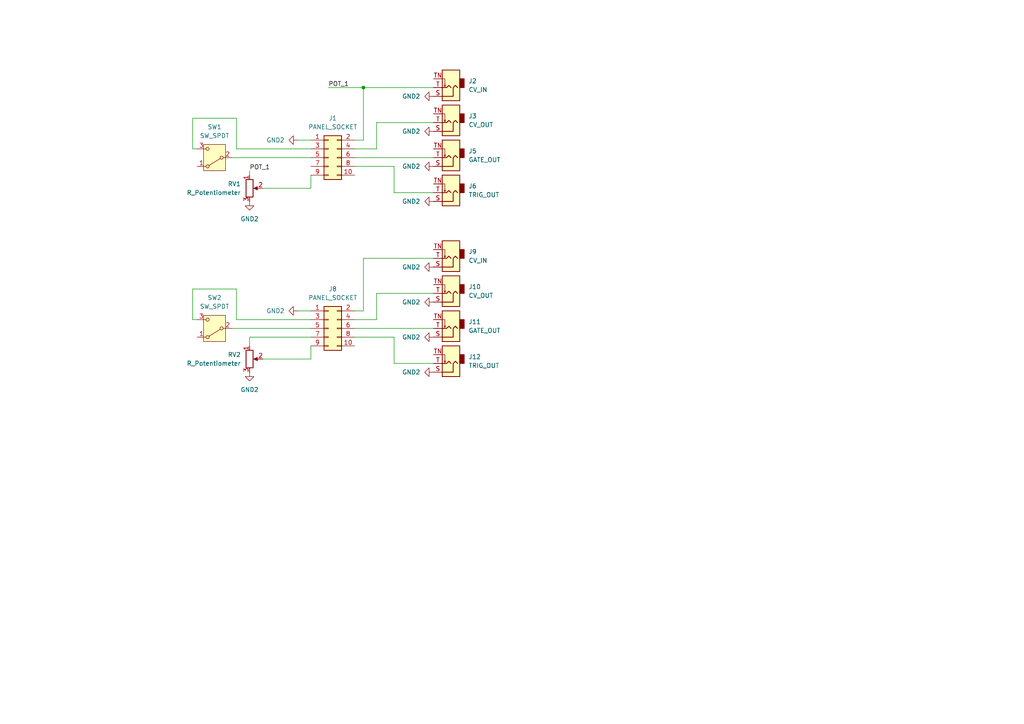
<source format=kicad_sch>
(kicad_sch (version 20231120) (generator "eeschema") (generator_version "8.0")
  (paper "A4")
  (lib_symbols
    (symbol "Connector_Audio:AudioJack2_SwitchT"
      (property "Reference" "J" (at 0 8.89 0))
      (property "Value" "AudioJack2_SwitchT" (at 0 6.35 0))
      (symbol "AudioJack2_SwitchT_0_1"
        (rectangle (start -2.54 0) (end -3.81 -2.54) (stroke (width 0.254)) (fill (type outline)))
        (polyline (pts (xy 1.778 -0.254) (xy 2.032 -0.762)))
        (polyline (pts (xy 0 0) (xy 0.635 -0.635) (xy 1.27 0) (xy 2.54 0)) (stroke (width 0.254)))
        (polyline (pts (xy 2.54 -2.54) (xy 1.778 -2.54) (xy 1.778 -0.254) (xy 1.524 -0.762)))
        (polyline (pts (xy 2.54 2.54) (xy -0.635 2.54) (xy -0.635 0) (xy -1.27 -0.635) (xy -1.905 0)) (stroke (width 0.254)))
        (rectangle (start 2.54 3.81) (end -2.54 -5.08) (stroke (width 0.254)) (fill (type background)))
      )
      (symbol "AudioJack2_SwitchT_1_1"
        (pin passive line (at 5.08 2.54 180) (length 2.54) (name "~") (number "S"))
        (pin passive line (at 5.08 0 180) (length 2.54) (name "~") (number "T"))
        (pin passive line (at 5.08 -2.54 180) (length 2.54) (name "~") (number "TN"))
      )
    )
    (symbol "Connector_Generic:Conn_02x05_Odd_Even" (pin_names (offset 1.016) hide)
      (property "Reference" "J" (at 1.27 7.62 0))
      (property "Value" "Conn_02x05_Odd_Even" (at 1.27 -7.62 0))
      (symbol "Conn_02x05_Odd_Even_1_1"
        (rectangle (start -1.27 -4.953) (end 0 -5.207) (stroke (width 0.1524)))
        (rectangle (start -1.27 -2.413) (end 0 -2.667) (stroke (width 0.1524)))
        (rectangle (start -1.27 0.127) (end 0 -0.127) (stroke (width 0.1524)))
        (rectangle (start -1.27 2.667) (end 0 2.413) (stroke (width 0.1524)))
        (rectangle (start -1.27 5.207) (end 0 4.953) (stroke (width 0.1524)))
        (rectangle (start -1.27 6.35) (end 3.81 -6.35) (stroke (width 0.254)) (fill (type background)))
        (rectangle (start 3.81 -4.953) (end 2.54 -5.207) (stroke (width 0.1524)))
        (rectangle (start 3.81 -2.413) (end 2.54 -2.667) (stroke (width 0.1524)))
        (rectangle (start 3.81 0.127) (end 2.54 -0.127) (stroke (width 0.1524)))
        (rectangle (start 3.81 2.667) (end 2.54 2.413) (stroke (width 0.1524)))
        (rectangle (start 3.81 5.207) (end 2.54 4.953) (stroke (width 0.1524)))
        (pin passive line (at -5.08 5.08 0) (length 3.81) (name "Pin_1") (number "1"))
        (pin passive line (at 7.62 -5.08 180) (length 3.81) (name "Pin_10") (number "10"))
        (pin passive line (at 7.62 5.08 180) (length 3.81) (name "Pin_2") (number "2"))
        (pin passive line (at -5.08 2.54 0) (length 3.81) (name "Pin_3") (number "3"))
        (pin passive line (at 7.62 2.54 180) (length 3.81) (name "Pin_4") (number "4"))
        (pin passive line (at -5.08 0 0) (length 3.81) (name "Pin_5") (number "5"))
        (pin passive line (at 7.62 0 180) (length 3.81) (name "Pin_6") (number "6"))
        (pin passive line (at -5.08 -2.54 0) (length 3.81) (name "Pin_7") (number "7"))
        (pin passive line (at 7.62 -2.54 180) (length 3.81) (name "Pin_8") (number "8"))
        (pin passive line (at -5.08 -5.08 0) (length 3.81) (name "Pin_9") (number "9"))
      )
    )
    (symbol "Device:R_Potentiometer" (pin_names (offset 1.016) hide)
      (property "Reference" "RV" (at -4.445 0 90))
      (property "Value" "R_Potentiometer" (at -2.54 0 90))
      (symbol "R_Potentiometer_0_1"
        (polyline (pts (xy 2.54 0) (xy 1.524 0)))
        (polyline (pts (xy 1.143 0) (xy 2.286 0.508) (xy 2.286 -0.508) (xy 1.143 0)) (fill (type outline)))
        (rectangle (start 1.016 2.54) (end -1.016 -2.54) (stroke (width 0.254)))
      )
      (symbol "R_Potentiometer_1_1"
        (pin passive line (at 0 3.81 270) (length 1.27) (name "1") (number "1"))
        (pin passive line (at 3.81 0 180) (length 1.27) (name "2") (number "2"))
        (pin passive line (at 0 -3.81 90) (length 1.27) (name "3") (number "3"))
      )
    )
    (symbol "Switch:SW_SPDT" (pin_names (offset 0) hide)
      (property "Reference" "SW" (at 0 5.08 0))
      (property "Value" "SW_SPDT" (at 0 -5.08 0))
      (symbol "SW_SPDT_0_1"
        (circle (center -2.032 0) (radius 0.4572))
        (polyline (pts (xy -1.651 0.254) (xy 1.651 2.286)))
        (circle (center 2.032 -2.54) (radius 0.4572))
        (circle (center 2.032 2.54) (radius 0.4572))
      )
      (symbol "SW_SPDT_1_1"
        (rectangle (start -3.175 3.81) (end 3.175 -3.81) (fill (type background)))
        (pin passive line (at 5.08 2.54 180) (length 2.54) (name "A") (number "1"))
        (pin passive line (at -5.08 0 0) (length 2.54) (name "B") (number "2"))
        (pin passive line (at 5.08 -2.54 180) (length 2.54) (name "C") (number "3"))
      )
    )
    (symbol "power:GND2" (power) (pin_numbers hide) (pin_names (offset 0) hide)
      (property "Value" "GND2" (at 0 -3.81 0))
      (symbol "GND2_0_1"
        (polyline (pts (xy 0 0) (xy 0 -1.27) (xy 1.27 -1.27) (xy 0 -2.54) (xy -1.27 -1.27) (xy 0 -1.27)))
      )
      (symbol "GND2_1_1"
        (pin power_in line (at 0 0 270) (length 0) (name "~") (number "1"))
      )
    )
  )
  (junction (at 105.41 25.4))
  (wire (pts (xy 57.15 92.71) (xy 55.88 92.71)))
  (wire (pts (xy 72.39 100.33) (xy 72.39 97.79)))
  (wire (pts (xy 114.3 105.41) (xy 114.3 97.79)))
  (wire (pts (xy 72.39 97.79) (xy 90.17 97.79)))
  (wire (pts (xy 105.41 74.93) (xy 105.41 90.17)))
  (wire (pts (xy 72.39 50.8) (xy 72.39 49.53)))
  (wire (pts (xy 105.41 25.4) (xy 105.41 40.64)))
  (wire (pts (xy 67.31 45.72) (xy 90.17 45.72)))
  (wire (pts (xy 55.88 34.29) (xy 68.58 34.29)))
  (wire (pts (xy 68.58 34.29) (xy 68.58 43.18)))
  (wire (pts (xy 125.73 25.4) (xy 105.41 25.4)))
  (wire (pts (xy 102.87 45.72) (xy 125.73 45.72)))
  (wire (pts (xy 114.3 55.88) (xy 114.3 48.26)))
  (wire (pts (xy 76.2 54.61) (xy 90.17 54.61)))
  (wire (pts (xy 95.25 25.4) (xy 105.41 25.4)))
  (wire (pts (xy 55.88 83.82) (xy 68.58 83.82)))
  (wire (pts (xy 125.73 74.93) (xy 105.41 74.93)))
  (wire (pts (xy 55.88 43.18) (xy 55.88 34.29)))
  (wire (pts (xy 109.22 43.18) (xy 102.87 43.18)))
  (wire (pts (xy 76.2 104.14) (xy 90.17 104.14)))
  (wire (pts (xy 109.22 85.09) (xy 109.22 92.71)))
  (wire (pts (xy 125.73 85.09) (xy 109.22 85.09)))
  (wire (pts (xy 109.22 35.56) (xy 109.22 43.18)))
  (wire (pts (xy 109.22 92.71) (xy 102.87 92.71)))
  (wire (pts (xy 125.73 35.56) (xy 109.22 35.56)))
  (wire (pts (xy 68.58 92.71) (xy 90.17 92.71)))
  (wire (pts (xy 105.41 90.17) (xy 102.87 90.17)))
  (wire (pts (xy 114.3 48.26) (xy 102.87 48.26)))
  (wire (pts (xy 114.3 97.79) (xy 102.87 97.79)))
  (wire (pts (xy 114.3 55.88) (xy 125.73 55.88)))
  (wire (pts (xy 90.17 54.61) (xy 90.17 50.8)))
  (wire (pts (xy 114.3 105.41) (xy 125.73 105.41)))
  (wire (pts (xy 55.88 92.71) (xy 55.88 83.82)))
  (wire (pts (xy 57.15 43.18) (xy 55.88 43.18)))
  (wire (pts (xy 90.17 40.64) (xy 86.36 40.64)))
  (wire (pts (xy 105.41 40.64) (xy 102.87 40.64)))
  (wire (pts (xy 102.87 95.25) (xy 125.73 95.25)))
  (wire (pts (xy 68.58 43.18) (xy 90.17 43.18)))
  (wire (pts (xy 68.58 83.82) (xy 68.58 92.71)))
  (wire (pts (xy 90.17 104.14) (xy 90.17 100.33)))
  (wire (pts (xy 67.31 95.25) (xy 90.17 95.25)))
  (wire (pts (xy 90.17 90.17) (xy 86.36 90.17)))
  (label "POT_1" (at 72.39 49.53 0))
  (label "POT_1" (at 95.25 25.4 0))
  (symbol (lib_id "power:GND2") (at 72.39 107.95 0) (unit 1)
    (property "Reference" "#PWR013" (effects (hide yes)))
    (property "Value" "GND2" (at 72.39 113.03 0))
    (property "Description" "Power symbol creates a global label with name \"GND2\" , ground" (effects (hide yes)))
  )
  (symbol (lib_id "Connector_Generic:Conn_02x05_Odd_Even") (at 95.25 45.72 0) (unit 1)
    (property "Reference" "J1" (at 96.52 34.29 0))
    (property "Value" "PANEL_SOCKET" (at 96.52 36.83 0))
    (property "Footprint" "Connector_PinHeader_2.54mm:PinHeader_2x05_P2.54mm_Vertical" (effects (hide yes)))
    (property "Description" "Generic connector, double row, 02x05, odd/even pin numbering scheme (row 1 odd numbers, row 2 even numbers), script generated (kicad-library-utils/schlib/autogen/connector/)" (effects (hide yes)))
  )
  (symbol (lib_id "power:GND2") (at 86.36 90.17 270) (unit 1)
    (property "Reference" "#PWR014" (effects (hide yes)))
    (property "Value" "GND2" (at 82.55 90.1699 90) (effects (justify right)))
    (property "Description" "Power symbol creates a global label with name \"GND2\" , ground" (effects (hide yes)))
  )
  (symbol (lib_id "power:GND2") (at 125.73 87.63 270) (unit 1)
    (property "Reference" "#PWR016" (effects (hide yes)))
    (property "Value" "GND2" (at 121.92 87.6299 90) (effects (justify right)))
    (property "Description" "Power symbol creates a global label with name \"GND2\" , ground" (effects (hide yes)))
  )
  (symbol (lib_id "Device:R_Potentiometer") (at 72.39 104.14 0) (unit 1)
    (property "Reference" "RV2" (at 69.85 102.8699 0) (effects (justify right)))
    (property "Value" "R_Potentiometer" (at 69.85 105.4099 0) (effects (justify right)))
    (property "Footprint" "mouser:RD901F4015R1B10K00DL1" (effects (hide yes)))
    (property "Description" "Potentiometer" (effects (hide yes)))
  )
  (symbol (lib_id "Switch:SW_SPDT") (at 62.23 45.72 180) (unit 1)
    (property "Reference" "SW1" (at 62.23 36.83 0))
    (property "Value" "SW_SPDT" (at 62.23 39.37 0))
    (property "Footprint" "mouser:200MSP1T1B1M2QE" (effects (hide yes)))
    (property "Description" "Switch, single pole double throw" (effects (hide yes)))
  )
  (symbol (lib_id "power:GND2") (at 125.73 107.95 270) (unit 1)
    (property "Reference" "#PWR018" (effects (hide yes)))
    (property "Value" "GND2" (at 121.92 107.9499 90) (effects (justify right)))
    (property "Description" "Power symbol creates a global label with name \"GND2\" , ground" (effects (hide yes)))
  )
  (symbol (lib_id "power:GND2") (at 125.73 58.42 270) (unit 1)
    (property "Reference" "#PWR011" (effects (hide yes)))
    (property "Value" "GND2" (at 121.92 58.4199 90) (effects (justify right)))
    (property "Description" "Power symbol creates a global label with name \"GND2\" , ground" (effects (hide yes)))
  )
  (symbol (lib_id "power:GND2") (at 125.73 38.1 270) (unit 1)
    (property "Reference" "#PWR09" (effects (hide yes)))
    (property "Value" "GND2" (at 121.92 38.0999 90) (effects (justify right)))
    (property "Description" "Power symbol creates a global label with name \"GND2\" , ground" (effects (hide yes)))
  )
  (symbol (lib_id "Switch:SW_SPDT") (at 62.23 95.25 180) (unit 1)
    (property "Reference" "SW2" (at 62.23 86.36 0))
    (property "Value" "SW_SPDT" (at 62.23 88.9 0))
    (property "Footprint" "mouser:200MSP1T1B1M2QE" (effects (hide yes)))
    (property "Description" "Switch, single pole double throw" (effects (hide yes)))
  )
  (symbol (lib_id "power:GND2") (at 86.36 40.64 270) (unit 1)
    (property "Reference" "#PWR06" (effects (hide yes)))
    (property "Value" "GND2" (at 82.55 40.6399 90) (effects (justify right)))
    (property "Description" "Power symbol creates a global label with name \"GND2\" , ground" (effects (hide yes)))
  )
  (symbol (lib_id "Connector_Audio:AudioJack2_SwitchT") (at 130.81 35.56 180) (unit 1)
    (property "Reference" "J3" (at 135.89 33.6549 0) (effects (justify right)))
    (property "Value" "CV_OUT" (at 135.89 36.1949 0) (effects (justify right)))
    (property "Footprint" "Connector_Audio:Jack_3.5mm_QingPu_WQP-PJ398SM_Vertical_CircularHoles" (effects (hide yes)))
    (property "Description" "Audio Jack, 2 Poles (Mono / TS), Switched T Pole (Normalling)" (effects (hide yes)))
  )
  (symbol (lib_id "power:GND2") (at 125.73 27.94 270) (unit 1)
    (property "Reference" "#PWR08" (effects (hide yes)))
    (property "Value" "GND2" (at 121.92 27.9399 90) (effects (justify right)))
    (property "Description" "Power symbol creates a global label with name \"GND2\" , ground" (effects (hide yes)))
  )
  (symbol (lib_id "Connector_Audio:AudioJack2_SwitchT") (at 130.81 85.09 180) (unit 1)
    (property "Reference" "J10" (at 135.89 83.1849 0) (effects (justify right)))
    (property "Value" "CV_OUT" (at 135.89 85.7249 0) (effects (justify right)))
    (property "Footprint" "Connector_Audio:Jack_3.5mm_QingPu_WQP-PJ398SM_Vertical_CircularHoles" (effects (hide yes)))
    (property "Description" "Audio Jack, 2 Poles (Mono / TS), Switched T Pole (Normalling)" (effects (hide yes)))
  )
  (symbol (lib_id "power:GND2") (at 125.73 48.26 270) (unit 1)
    (property "Reference" "#PWR010" (effects (hide yes)))
    (property "Value" "GND2" (at 121.92 48.2599 90) (effects (justify right)))
    (property "Description" "Power symbol creates a global label with name \"GND2\" , ground" (effects (hide yes)))
  )
  (symbol (lib_id "Connector_Audio:AudioJack2_SwitchT") (at 130.81 95.25 180) (unit 1)
    (property "Reference" "J11" (at 135.89 93.3449 0) (effects (justify right)))
    (property "Value" "GATE_OUT" (at 135.89 95.8849 0) (effects (justify right)))
    (property "Footprint" "Connector_Audio:Jack_3.5mm_QingPu_WQP-PJ398SM_Vertical_CircularHoles" (effects (hide yes)))
    (property "Description" "Audio Jack, 2 Poles (Mono / TS), Switched T Pole (Normalling)" (effects (hide yes)))
  )
  (symbol (lib_id "Connector_Generic:Conn_02x05_Odd_Even") (at 95.25 95.25 0) (unit 1)
    (property "Reference" "J8" (at 96.52 83.82 0))
    (property "Value" "PANEL_SOCKET" (at 96.52 86.36 0))
    (property "Footprint" "Connector_PinHeader_2.54mm:PinHeader_2x05_P2.54mm_Vertical" (effects (hide yes)))
    (property "Description" "Generic connector, double row, 02x05, odd/even pin numbering scheme (row 1 odd numbers, row 2 even numbers), script generated (kicad-library-utils/schlib/autogen/connector/)" (effects (hide yes)))
  )
  (symbol (lib_id "Connector_Audio:AudioJack2_SwitchT") (at 130.81 105.41 180) (unit 1)
    (property "Reference" "J12" (at 135.89 103.5049 0) (effects (justify right)))
    (property "Value" "TRIG_OUT" (at 135.89 106.0449 0) (effects (justify right)))
    (property "Footprint" "Connector_Audio:Jack_3.5mm_QingPu_WQP-PJ398SM_Vertical_CircularHoles" (effects (hide yes)))
    (property "Description" "Audio Jack, 2 Poles (Mono / TS), Switched T Pole (Normalling)" (effects (hide yes)))
  )
  (symbol (lib_id "Connector_Audio:AudioJack2_SwitchT") (at 130.81 55.88 180) (unit 1)
    (property "Reference" "J6" (at 135.89 53.9749 0) (effects (justify right)))
    (property "Value" "TRIG_OUT" (at 135.89 56.5149 0) (effects (justify right)))
    (property "Footprint" "Connector_Audio:Jack_3.5mm_QingPu_WQP-PJ398SM_Vertical_CircularHoles" (effects (hide yes)))
    (property "Description" "Audio Jack, 2 Poles (Mono / TS), Switched T Pole (Normalling)" (effects (hide yes)))
  )
  (symbol (lib_id "power:GND2") (at 125.73 97.79 270) (unit 1)
    (property "Reference" "#PWR017" (effects (hide yes)))
    (property "Value" "GND2" (at 121.92 97.7899 90) (effects (justify right)))
    (property "Description" "Power symbol creates a global label with name \"GND2\" , ground" (effects (hide yes)))
  )
  (symbol (lib_id "Connector_Audio:AudioJack2_SwitchT") (at 130.81 74.93 180) (unit 1)
    (property "Reference" "J9" (at 135.89 73.0249 0) (effects (justify right)))
    (property "Value" "CV_IN" (at 135.89 75.5649 0) (effects (justify right)))
    (property "Footprint" "Connector_Audio:Jack_3.5mm_QingPu_WQP-PJ398SM_Vertical_CircularHoles" (effects (hide yes)))
    (property "Description" "Audio Jack, 2 Poles (Mono / TS), Switched T Pole (Normalling)" (effects (hide yes)))
  )
  (symbol (lib_id "power:GND2") (at 125.73 77.47 270) (unit 1)
    (property "Reference" "#PWR015" (effects (hide yes)))
    (property "Value" "GND2" (at 121.92 77.4699 90) (effects (justify right)))
    (property "Description" "Power symbol creates a global label with name \"GND2\" , ground" (effects (hide yes)))
  )
  (symbol (lib_id "Device:R_Potentiometer") (at 72.39 54.61 0) (unit 1)
    (property "Reference" "RV1" (at 69.85 53.3399 0) (effects (justify right)))
    (property "Value" "R_Potentiometer" (at 69.85 55.8799 0) (effects (justify right)))
    (property "Footprint" "mouser:RD901F4015R1B10K00DL1" (effects (hide yes)))
    (property "Description" "Potentiometer" (effects (hide yes)))
  )
  (symbol (lib_id "Connector_Audio:AudioJack2_SwitchT") (at 130.81 45.72 180) (unit 1)
    (property "Reference" "J5" (at 135.89 43.8149 0) (effects (justify right)))
    (property "Value" "GATE_OUT" (at 135.89 46.3549 0) (effects (justify right)))
    (property "Footprint" "Connector_Audio:Jack_3.5mm_QingPu_WQP-PJ398SM_Vertical_CircularHoles" (effects (hide yes)))
    (property "Description" "Audio Jack, 2 Poles (Mono / TS), Switched T Pole (Normalling)" (effects (hide yes)))
  )
  (symbol (lib_id "Connector_Audio:AudioJack2_SwitchT") (at 130.81 25.4 180) (unit 1)
    (property "Reference" "J2" (at 135.89 23.4949 0) (effects (justify right)))
    (property "Value" "CV_IN" (at 135.89 26.0349 0) (effects (justify right)))
    (property "Footprint" "Connector_Audio:Jack_3.5mm_QingPu_WQP-PJ398SM_Vertical_CircularHoles" (effects (hide yes)))
    (property "Description" "Audio Jack, 2 Poles (Mono / TS), Switched T Pole (Normalling)" (effects (hide yes)))
  )
  (symbol (lib_id "power:GND2") (at 72.39 58.42 0) (unit 1)
    (property "Reference" "#PWR03" (effects (hide yes)))
    (property "Value" "GND2" (at 72.39 63.5 0))
    (property "Description" "Power symbol creates a global label with name \"GND2\" , ground" (effects (hide yes)))
  )
)
</source>
